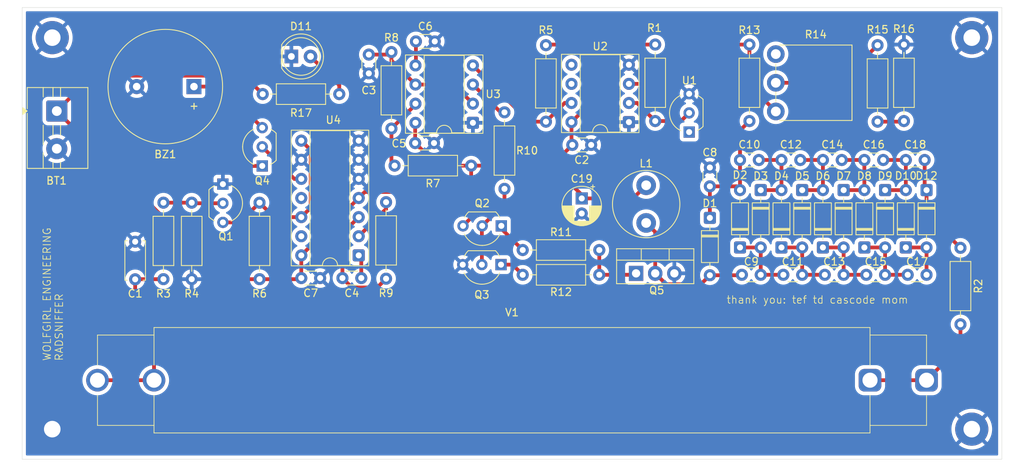
<source format=kicad_pcb>
(kicad_pcb
	(version 20241229)
	(generator "pcbnew")
	(generator_version "9.0")
	(general
		(thickness 1.6)
		(legacy_teardrops no)
	)
	(paper "A4")
	(layers
		(0 "F.Cu" signal)
		(2 "B.Cu" signal)
		(9 "F.Adhes" user "F.Adhesive")
		(11 "B.Adhes" user "B.Adhesive")
		(13 "F.Paste" user)
		(15 "B.Paste" user)
		(5 "F.SilkS" user "F.Silkscreen")
		(7 "B.SilkS" user "B.Silkscreen")
		(1 "F.Mask" user)
		(3 "B.Mask" user)
		(17 "Dwgs.User" user "User.Drawings")
		(19 "Cmts.User" user "User.Comments")
		(21 "Eco1.User" user "User.Eco1")
		(23 "Eco2.User" user "User.Eco2")
		(25 "Edge.Cuts" user)
		(27 "Margin" user)
		(31 "F.CrtYd" user "F.Courtyard")
		(29 "B.CrtYd" user "B.Courtyard")
		(35 "F.Fab" user)
		(33 "B.Fab" user)
		(39 "User.1" user)
		(41 "User.2" user)
		(43 "User.3" user)
		(45 "User.4" user)
	)
	(setup
		(stackup
			(layer "F.SilkS"
				(type "Top Silk Screen")
			)
			(layer "F.Paste"
				(type "Top Solder Paste")
			)
			(layer "F.Mask"
				(type "Top Solder Mask")
				(thickness 0.01)
			)
			(layer "F.Cu"
				(type "copper")
				(thickness 0.035)
			)
			(layer "dielectric 1"
				(type "core")
				(thickness 1.51)
				(material "FR4")
				(epsilon_r 4.5)
				(loss_tangent 0.02)
			)
			(layer "B.Cu"
				(type "copper")
				(thickness 0.035)
			)
			(layer "B.Mask"
				(type "Bottom Solder Mask")
				(thickness 0.01)
			)
			(layer "B.Paste"
				(type "Bottom Solder Paste")
			)
			(layer "B.SilkS"
				(type "Bottom Silk Screen")
			)
			(copper_finish "None")
			(dielectric_constraints no)
		)
		(pad_to_mask_clearance 0)
		(allow_soldermask_bridges_in_footprints no)
		(tenting front back)
		(pcbplotparams
			(layerselection 0x00000000_00000000_55555555_5755f5ff)
			(plot_on_all_layers_selection 0x00000000_00000000_00000000_00000000)
			(disableapertmacros no)
			(usegerberextensions no)
			(usegerberattributes yes)
			(usegerberadvancedattributes yes)
			(creategerberjobfile yes)
			(dashed_line_dash_ratio 12.000000)
			(dashed_line_gap_ratio 3.000000)
			(svgprecision 4)
			(plotframeref no)
			(mode 1)
			(useauxorigin no)
			(hpglpennumber 1)
			(hpglpenspeed 20)
			(hpglpendiameter 15.000000)
			(pdf_front_fp_property_popups yes)
			(pdf_back_fp_property_popups yes)
			(pdf_metadata yes)
			(pdf_single_document no)
			(dxfpolygonmode yes)
			(dxfimperialunits yes)
			(dxfusepcbnewfont yes)
			(psnegative no)
			(psa4output no)
			(plot_black_and_white yes)
			(sketchpadsonfab no)
			(plotpadnumbers no)
			(hidednponfab no)
			(sketchdnponfab yes)
			(crossoutdnponfab yes)
			(subtractmaskfromsilk no)
			(outputformat 1)
			(mirror no)
			(drillshape 0)
			(scaleselection 1)
			(outputdirectory "waff/")
		)
	)
	(net 0 "")
	(net 1 "VCC")
	(net 2 "GND")
	(net 3 "Net-(BZ1-+)")
	(net 4 "Net-(D1-A)")
	(net 5 "Net-(D2-K)")
	(net 6 "Net-(D4-K)")
	(net 7 "Net-(D6-K)")
	(net 8 "Net-(D8-K)")
	(net 9 "Net-(D3-K)")
	(net 10 "Net-(D1-K)")
	(net 11 "Net-(D5-K)")
	(net 12 "Net-(D7-K)")
	(net 13 "HV")
	(net 14 "Net-(Q1-B)")
	(net 15 "Net-(U2--)")
	(net 16 "Net-(U4-R)")
	(net 17 "Net-(U4-RC_COMMON)")
	(net 18 "unconnected-(U2-BAL-Pad5)")
	(net 19 "unconnected-(U2-STRB-Pad6)")
	(net 20 "Net-(U4-C)")
	(net 21 "unconnected-(U4-OSC_OUT-Pad13)")
	(net 22 "Net-(Q4-G)")
	(net 23 "unconnected-(U4-~{Q}-Pad11)")
	(net 24 "Net-(D10-A)")
	(net 25 "Net-(D11-A)")
	(net 26 "Net-(C1-Pad1)")
	(net 27 "Net-(U3-THR)")
	(net 28 "Net-(Q3-E)")
	(net 29 "Net-(U3-CV)")
	(net 30 "Net-(D10-K)")
	(net 31 "Net-(Q1-C)")
	(net 32 "Net-(Q2-B)")
	(net 33 "Net-(Q2-E)")
	(net 34 "Net-(Q5-G)")
	(net 35 "Net-(U1-K)")
	(net 36 "Net-(R2-Pad2)")
	(net 37 "Net-(U3-R)")
	(net 38 "Net-(U3-DIS)")
	(net 39 "Net-(U3-Q)")
	(net 40 "Net-(R14-Pad2)")
	(net 41 "Net-(R15-Pad1)")
	(footprint "Capacitor_THT:C_Disc_D3.0mm_W1.6mm_P2.50mm" (layer "F.Cu") (at 121 55.5))
	(footprint "Diode_THT:D_DO-35_SOD27_P7.62mm_Horizontal" (layer "F.Cu") (at 118 44.25 -90))
	(footprint "Resistor_THT:R_Axial_DIN0207_L6.3mm_D2.5mm_P10.16mm_Horizontal" (layer "F.Cu") (at 86.42 55.5))
	(footprint "Potentiometer_THT:Potentiometer_ACP_CA9-V10_Vertical" (layer "F.Cu") (at 120 32.495))
	(footprint "Capacitor_THT:C_Disc_D3.0mm_W1.6mm_P2.50mm" (layer "F.Cu") (at 72.15 38))
	(footprint "Inductor_THT:L_Radial_D8.7mm_P5.00mm_Fastron_07HCP" (layer "F.Cu") (at 102.8 43.61 -90))
	(footprint "Diode_THT:D_DO-35_SOD27_P7.62mm_Horizontal" (layer "F.Cu") (at 137.25 51.87 90))
	(footprint "Resistor_THT:R_Axial_DIN0207_L6.3mm_D2.5mm_P10.16mm_Horizontal" (layer "F.Cu") (at 79.58 41 180))
	(footprint "Capacitor_THT:C_Disc_D3.0mm_W1.6mm_P2.50mm" (layer "F.Cu") (at 132 55.5))
	(footprint "Capacitor_THT:C_Disc_D3.0mm_W1.6mm_P2.50mm" (layer "F.Cu") (at 131.75 40.25))
	(footprint "Capacitor_THT:C_Disc_D3.0mm_W1.6mm_P2.50mm" (layer "F.Cu") (at 120.75 40.25))
	(footprint "Capacitor_THT:C_Disc_D3.0mm_W1.6mm_P2.50mm" (layer "F.Cu") (at 72.25 24.5))
	(footprint "Diode_THT:D_DO-35_SOD27_P7.62mm_Horizontal" (layer "F.Cu") (at 134.5 44.25 -90))
	(footprint "Buzzer_Beeper:Buzzer_15x7.5RM7.6" (layer "F.Cu") (at 42.8 30.5 180))
	(footprint "Diode_THT:D_DO-35_SOD27_P7.62mm_Horizontal" (layer "F.Cu") (at 111.25 47.94 -90))
	(footprint "Capacitor_THT:C_Disc_D3.0mm_W1.6mm_P2.50mm" (layer "F.Cu") (at 137.25 40.25))
	(footprint "Resistor_THT:R_Axial_DIN0207_L6.3mm_D2.5mm_P10.16mm_Horizontal" (layer "F.Cu") (at 89.5 25 -90))
	(footprint "LED_THT:LED_D5.0mm" (layer "F.Cu") (at 55.725 26.5))
	(footprint "Resistor_THT:R_Axial_DIN0207_L6.3mm_D2.5mm_P10.16mm_Horizontal" (layer "F.Cu") (at 116.5 24.92 -90))
	(footprint "Resistor_THT:R_Axial_DIN0207_L6.3mm_D2.5mm_P10.16mm_Horizontal" (layer "F.Cu") (at 144.5 51.92 -90))
	(footprint "Package_TO_SOT_THT:TO-220-3_Vertical" (layer "F.Cu") (at 101.46 55.31))
	(footprint "Package_TO_SOT_THT:TO-92_Inline_Wide" (layer "F.Cu") (at 51.86 41.04 90))
	(footprint "Package_TO_SOT_THT:TO-92_Inline_Wide" (layer "F.Cu") (at 108.5 36.54 90))
	(footprint "Capacitor_THT:CP_Radial_D5.0mm_P2.00mm" (layer "F.Cu") (at 94.25 45.354887 -90))
	(footprint "Package_DIP:DIP-14_W7.62mm_Socket" (layer "F.Cu") (at 64.66 52.92 180))
	(footprint "Resistor_THT:R_Axial_DIN0207_L6.3mm_D2.5mm_P10.16mm_Horizontal" (layer "F.Cu") (at 51.5 56.08 90))
	(footprint "Package_DIP:DIP-8_W7.62mm_Socket" (layer "F.Cu") (at 100.51 35.22 180))
	(footprint "Capacitor_THT:C_Disc_D3.0mm_W1.6mm_P2.50mm" (layer "F.Cu") (at 93 38.25))
	(footprint "TerminalBlock:TerminalBlock_MaiXu_MX126-5.0-02P_1x02_P5.00mm" (layer "F.Cu") (at 24.6 33.75 -90))
	(footprint "Capacitor_THT:C_Disc_D5.0mm_W2.5mm_P5.00mm" (layer "F.Cu") (at 35 56.1 90))
	(footprint "Capacitor_THT:C_Disc_D3.0mm_W1.6mm_P2.50mm" (layer "F.Cu") (at 57.041 55.934))
	(footprint "Capacitor_THT:C_Disc_D3.0mm_W1.6mm_P2.50mm" (layer "F.Cu") (at 115.5 55.5))
	(footprint "MountingHole:MountingHole_2.2mm_M2_Pad" (layer "F.Cu") (at 146 24))
	(footprint "Capacitor_THT:C_Disc_D3.0mm_W1.6mm_P2.50mm" (layer "F.Cu") (at 126.5 55.5))
	(footprint "Resistor_THT:R_Axial_DIN0207_L6.3mm_D2.5mm_P10.16mm_Horizontal" (layer "F.Cu") (at 38.75 56.08 90))
	(footprint "Resistor_THT:R_Axial_DIN0207_L6.3mm_D2.5mm_P10.16mm_Horizontal" (layer "F.Cu") (at 137 35.08 90))
	(footprint "Diode_THT:D_DO-35_SOD27_P7.62mm_Horizontal" (layer "F.Cu") (at 115.25 51.87 90))
	(footprint "Diode_THT:D_DO-35_SOD27_P7.62mm_Horizontal"
		(layer "F.Cu")
		(uuid "a36d96ba-f0af-4c70-beef-4aea235f9c67")
		(at 140 44.25 -90)
		(descr "Diode, DO-35_SOD27 series, Axial, Horizontal, pin pitch=7.62mm, length*diameter=4*2mm^2, http://www.diodes.com/_files/packages/DO-35.pdf")
		(tags "Diode DO-35_SOD27 series Axial Horizontal pin pitch 7.62mm  length 4mm diameter 2mm")
		(property "Reference" "D12"
			(at -1.9 0 180)
			(layer "F.SilkS")
			(uuid "929c771b-569e-49d8-a11e-6c8c904d026a")
			(effects
				(font
					(size 1 1)
					(thickness 0.15)
				)
			)
		)
		(property "Value" "1N4148"
			(at 3.81 2.12 90)
			(layer "F.Fab")
			(uuid "a992c0b5-5d48-4cba-bb79-a6f5fab74cda")
			(effects
				(font
					(size 1 1)
					(thickness 0.15)
				)
			)
		)
		(property "Datasheet" "https://assets.nexperia.com/documents/data-sheet/1N4148_1N4448.pdf"
			(at 0 0 90)
			(layer "F.Fab")
			(hide yes)
			(uuid "0d60945a-d5dd-4be7-b1b9-bced40d3659f")
			(effects
				(font
					(size 1.27 1.27)
					(thickness 0.15)
				)
			)
		)
		(property "Description" "100V 0.15A standard switching diode, DO-35"
			(at 0 0 90)
			(layer "F.Fab")
			(hide yes)
			(uuid "412557e6-dc1f-4dd1-b754-47e0d5c9942c")
			(effects
				(font
					(size 1.27 1.27)
					(thickness 0.15)
				)
			)
		)
		(property "Sim.Device" "D"
			(at 0 0 270)
			(unlocked yes)
			(layer "F.Fab")
			(hide yes)
			(uuid "8ef0eec8-dc44-44a8-893b-cd190d5a514f")
			(effects
				(font
					(size 1 1)
					(thickness 0.15)
				)
			)
		)
		(property "Sim.Pins" "1=K 2=A"
			(at 0 0 270)
			(unlocked yes)
			(layer "F.Fab")
			(hide yes)
			(uuid "8654d804-4166-4a80-bdbc-242e389815c3")
			(effects
				(font
					(size 1 1)
					(thickness 0.15)
				)
			)
		)
		(property ki_fp_filters "D*DO?35*")
		(path "/f3e02fb9-5f10-4528-8e97-9b0fcd67597d")
		(sheetname "/")
		(sheetfile "HV revision.kicad_sch")
		(attr through_hole)
		(fp_line
			(start 1.04 0)
			(end 1.69 0)
			(stroke
				(width 0.12)
				(type solid)
			)
			(layer "F.SilkS")
			(uuid "a242d5d2-886e-470a-9560-50116819cee1")
		)
		(fp_line
			(start 6.58 0)
			(end 5.93 0)
			(stroke
				(width 0.12)
				(type solid)
			)
			(layer "F.SilkS")
			(uuid "71682c48-b135-45d4-ab50-8479cfdd9057")
		)
		(fp_line
			(start 2.29 -1.12)
			(end 2.29 1.12)
			(stroke
				(width 0.12)
				(type solid)
			)
			(layer "F.SilkS")
			(uuid "942282e2-fd3c-4563-ad79-a0eb22d2a7f1")
		)
		(fp_line
			(start 2.41 -1.12)
			(end 2.41 1.12)
			(stroke
				(width 0.12)
				(type solid)
			)
			(layer "F.SilkS")
			(uuid "9fa9baca-f43b-4015-a4e3-3d6a4f221b33")
		)
		(fp_line
			(start 2.53 -1.12)
			(end 2.53 1.12)
			(stroke
				(width 0.12)
				(type solid)
			)
			(layer "F.SilkS")
			(uuid "89ffa868-9f0d-4629-b185-c50e86843bb0")
		)
		(fp_rect
			(start 1.69 -1.12)
			(end 5.93 1.12)
			(stroke
				(width 0.12)
				(type solid)
			)
			(fill no)
			(layer "F.SilkS")
			(uuid "27794a9b-2839-4368-a661-4894bfaedf3e")
		)
		(fp_rect
			(start -1.05 -1.25)
			(end 8.67 1.25)
			(stroke
				(width 0.05)
				(type solid)
			)
			(fill no)
			(layer "F.CrtYd")
			(uuid "d45e66e6-dbb9-4b7f-b86a-fb4676db888d")
		)
		(fp_line
			(start 0 0)
			(end 1.81 0)
			(stroke
				(width 0.1)
				(type solid)
			)
			(layer "F.Fab")
			(uuid "9925c2a0-80d0-4dba-ad8e-8ea35bab7b44")
		)
		(fp_line
			(start 7.62 0)
			(end 5.81 0)
			(stroke
				(width 0.1)
				(type solid)
			)
			(layer "F.Fab")
			(uuid "ab36c4e7-1ed2-443a-b7c6-c9c6a52cc457")
		)
		(fp_line
			(start 2.31 -1)
			(end 2.31 1)
			(stroke
				(width 0.1)
				(type solid)
			)
			(layer "F.Fab")
			(uuid "5a4748bc-4314-47e9-9ae8-4a895f187596")
		)
		(fp_line
			(start 2.41 -1)
			(end 2.41 1)
			(stroke
				(width 0.1)
				(type solid)
			)
			(layer "F.Fab")
			(uuid "bc88ee51-a161-4923-997a-076601f32313")
		)
		(fp_line
			(start 2.51 -1)
			(end 2.51 1)
			(stroke
				(width 0.1)
				(type solid)
			)
			(layer "F.Fab")
			(uuid "ee78e8f3-9ec3-47f7-9b91-c1cae6823e65")
		)
		(fp_rect
			(start 1.81 -1)
			(end 5.81 1)
			(stroke
				(width 0.1)
				(type solid)
			)
			(fill no)
			(layer "F.Fab")
			(uuid "f5d1566f-e2cc-4ccc-a9b1-4f5d461e2eb7")
		)
		(fp_text user "${REFERENCE}"
			(at 4.11 0 90)
			(layer "F.Fab")
			(uuid "11ae06bb-70cf-49c4-aed4-aa7dded62539")
			(effects
				(font
					(size 0.8 0.8)
					(thickness 0.12)
				)
			)
		)
		(fp_text user "K"
			(at 0 -1.8 90)
			(layer "F.Fab")
			(uuid "eee22071-4def-4ccf-98f5-aba19ea4ed79")
			(effects
				(font
					(size 1 1)
					(thickness 0.15)
				)
			)
		)
		(pad "1" thru_hole roundrect
			(at 0 0 270)
			(size 1.6 1.6)
			(drill 0.8)
			(layers "*.Cu" "*.Mask")
			(remove_unused_layers no)
			(roundrect_rratio 0.15625)
			(net 13 "HV")
			(pinfunction "K")
			(pintype "passive")
			(uuid "1142b02d-0c9a-456d-b8f1-40479352eaee")
		)
		(pad "2" thru_hole circle
			(at 7.62 0 270)
			(size 1.6 1.6)
			(drill 0.8)
			(layers "*.Cu" "*.Mask")
			(remove_unused_layers no)
			(net 30 "Net-(D10-K)")
			(pinfunction "A")
			(pintype "passive")
			(uuid "b1cbe5f4-581b-49c1-ae5c-d332a98a24ac")
		)
		(embedded_fonts no)
		(model "${KICAD9_3DMODEL_DIR}/Diode_THT.3dshapes/D_DO-35_SOD27_P7.62mm_Horizontal.step"
			(offset
				(xyz 0 0 0)
			)
			(scale
				(xyz 1 1 1)
			)
			(
... [416695 chars truncated]
</source>
